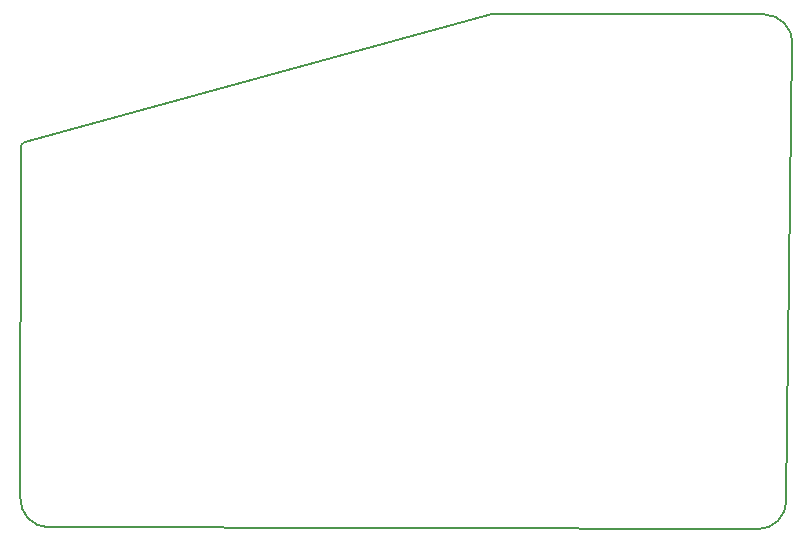
<source format=gbr>
G04 #@! TF.GenerationSoftware,KiCad,Pcbnew,(5.0.0)*
G04 #@! TF.CreationDate,2019-03-29T23:21:28-04:00*
G04 #@! TF.ProjectId,PoEShield,506F45536869656C642E6B696361645F,rev?*
G04 #@! TF.SameCoordinates,Original*
G04 #@! TF.FileFunction,Profile,NP*
%FSLAX46Y46*%
G04 Gerber Fmt 4.6, Leading zero omitted, Abs format (unit mm)*
G04 Created by KiCad (PCBNEW (5.0.0)) date 03/29/19 23:21:28*
%MOMM*%
%LPD*%
G01*
G04 APERTURE LIST*
%ADD10C,0.150000*%
%ADD11C,0.200000*%
G04 APERTURE END LIST*
D10*
X95943890Y-80213199D02*
G75*
G02X96291401Y-79756001I474510J-1D01*
G01*
D11*
X96316800Y-79756000D02*
X135890000Y-68910200D01*
D10*
X95910400Y-109880400D02*
X95935800Y-80238600D01*
X160782000Y-110134400D02*
X161290000Y-71374000D01*
X158902400Y-68935600D02*
X135890000Y-68910200D01*
X158902388Y-68936129D02*
G75*
G02X161290000Y-71374000I-50788J-2437871D01*
G01*
X98298000Y-112369600D02*
X158343600Y-112522000D01*
X160781469Y-110134389D02*
G75*
G02X158343600Y-112522000I-2437870J50788D01*
G01*
X98298000Y-112369598D02*
G75*
G02X95910400Y-109880400I50799J2438399D01*
G01*
M02*

</source>
